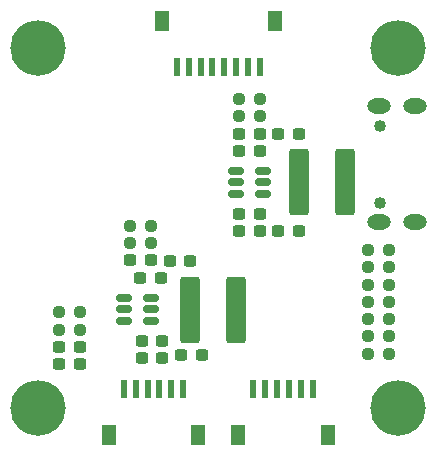
<source format=gbr>
%TF.GenerationSoftware,KiCad,Pcbnew,9.0.4*%
%TF.CreationDate,2025-11-28T22:46:11-05:00*%
%TF.ProjectId,STM32H743VIT6 FC,53544d33-3248-4373-9433-564954362046,rev?*%
%TF.SameCoordinates,Original*%
%TF.FileFunction,Soldermask,Bot*%
%TF.FilePolarity,Negative*%
%FSLAX46Y46*%
G04 Gerber Fmt 4.6, Leading zero omitted, Abs format (unit mm)*
G04 Created by KiCad (PCBNEW 9.0.4) date 2025-11-28 22:46:11*
%MOMM*%
%LPD*%
G01*
G04 APERTURE LIST*
G04 Aperture macros list*
%AMRoundRect*
0 Rectangle with rounded corners*
0 $1 Rounding radius*
0 $2 $3 $4 $5 $6 $7 $8 $9 X,Y pos of 4 corners*
0 Add a 4 corners polygon primitive as box body*
4,1,4,$2,$3,$4,$5,$6,$7,$8,$9,$2,$3,0*
0 Add four circle primitives for the rounded corners*
1,1,$1+$1,$2,$3*
1,1,$1+$1,$4,$5*
1,1,$1+$1,$6,$7*
1,1,$1+$1,$8,$9*
0 Add four rect primitives between the rounded corners*
20,1,$1+$1,$2,$3,$4,$5,0*
20,1,$1+$1,$4,$5,$6,$7,0*
20,1,$1+$1,$6,$7,$8,$9,0*
20,1,$1+$1,$8,$9,$2,$3,0*%
G04 Aperture macros list end*
%ADD10C,4.700000*%
%ADD11C,1.020000*%
%ADD12O,2.004000X1.304000*%
%ADD13RoundRect,0.237500X0.250000X0.237500X-0.250000X0.237500X-0.250000X-0.237500X0.250000X-0.237500X0*%
%ADD14RoundRect,0.237500X-0.300000X-0.237500X0.300000X-0.237500X0.300000X0.237500X-0.300000X0.237500X0*%
%ADD15R,0.600000X1.550000*%
%ADD16R,1.200000X1.800000*%
%ADD17RoundRect,0.237500X0.300000X0.237500X-0.300000X0.237500X-0.300000X-0.237500X0.300000X-0.237500X0*%
%ADD18RoundRect,0.150000X0.512500X0.150000X-0.512500X0.150000X-0.512500X-0.150000X0.512500X-0.150000X0*%
%ADD19RoundRect,0.150000X-0.512500X-0.150000X0.512500X-0.150000X0.512500X0.150000X-0.512500X0.150000X0*%
%ADD20RoundRect,0.250000X-0.600000X-2.550000X0.600000X-2.550000X0.600000X2.550000X-0.600000X2.550000X0*%
%ADD21RoundRect,0.237500X-0.250000X-0.237500X0.250000X-0.237500X0.250000X0.237500X-0.250000X0.237500X0*%
G04 APERTURE END LIST*
D10*
%TO.C,H1*%
X150500000Y-105000000D03*
%TD*%
%TO.C,H3*%
X150500000Y-135500000D03*
%TD*%
D11*
%TO.C,J1*%
X179472000Y-118108800D03*
X179472000Y-111608800D03*
D12*
X182372000Y-119753800D03*
X182372000Y-109963800D03*
X179372000Y-119753800D03*
X179372000Y-109963800D03*
%TD*%
D10*
%TO.C,*%
X181000000Y-135500000D03*
%TD*%
%TO.C,H2*%
X181000000Y-105000000D03*
%TD*%
%TO.C,H4*%
X181000000Y-135500000D03*
%TD*%
D13*
%TO.C,ADC_R2*%
X154075000Y-128869600D03*
X152250000Y-128869600D03*
%TD*%
D14*
%TO.C,5V_C8*%
X159284500Y-129794000D03*
X161009500Y-129794000D03*
%TD*%
D15*
%TO.C,VTX_J1*%
X173730000Y-133865000D03*
X172730000Y-133865000D03*
X171730000Y-133865000D03*
X170730000Y-133865000D03*
X169730000Y-133865000D03*
X168730000Y-133865000D03*
D16*
X175030000Y-137740000D03*
X167430000Y-137740000D03*
%TD*%
D17*
%TO.C,9V_C11*%
X172569150Y-120528900D03*
X170844150Y-120528900D03*
%TD*%
D18*
%TO.C,U3*%
X169534150Y-115448900D03*
X169534150Y-116398900D03*
X169534150Y-117348900D03*
X167259150Y-117348900D03*
X167259150Y-116398900D03*
X167259150Y-115448900D03*
%TD*%
D17*
%TO.C,9V_C8*%
X169259150Y-119065700D03*
X167534150Y-119065700D03*
%TD*%
D13*
%TO.C,USB_R0*%
X180236500Y-123585200D03*
X178411500Y-123585200D03*
%TD*%
%TO.C,9V_R0*%
X180236500Y-126505200D03*
X178411500Y-126505200D03*
%TD*%
D19*
%TO.C,U1*%
X157775000Y-128100000D03*
X157775000Y-127150000D03*
X157775000Y-126200000D03*
X160050000Y-126200000D03*
X160050000Y-127150000D03*
X160050000Y-128100000D03*
%TD*%
D17*
%TO.C,5V_C12*%
X160037500Y-123001800D03*
X158312500Y-123001800D03*
%TD*%
D14*
%TO.C,5V_C7*%
X159284500Y-131267200D03*
X161009500Y-131267200D03*
%TD*%
D17*
%TO.C,5V_C10*%
X163381350Y-123009800D03*
X161656350Y-123009800D03*
%TD*%
%TO.C,9V_C7*%
X169259150Y-120538900D03*
X167534150Y-120538900D03*
%TD*%
D14*
%TO.C,5V_C9*%
X159162500Y-124475000D03*
X160887500Y-124475000D03*
%TD*%
D17*
%TO.C,ADC_C1*%
X154025000Y-130342800D03*
X152300000Y-130342800D03*
%TD*%
D13*
%TO.C,3.3V_R2*%
X180236500Y-129425200D03*
X178411500Y-129425200D03*
%TD*%
%TO.C,5V_R7*%
X160087500Y-121528600D03*
X158262500Y-121528600D03*
%TD*%
D20*
%TO.C,5V_L1*%
X163327300Y-127161200D03*
X167227300Y-127161200D03*
%TD*%
D17*
%TO.C,9V_C12*%
X169269150Y-112255700D03*
X167544150Y-112255700D03*
%TD*%
D14*
%TO.C,9V_C9*%
X167544150Y-113728900D03*
X169269150Y-113728900D03*
%TD*%
D21*
%TO.C,5V_R8*%
X158262500Y-120055400D03*
X160087500Y-120055400D03*
%TD*%
D13*
%TO.C,9V_R7*%
X169319150Y-110782500D03*
X167494150Y-110782500D03*
%TD*%
%TO.C,3.3V_R1*%
X180236500Y-130885200D03*
X178411500Y-130885200D03*
%TD*%
%TO.C,3.3V_R3*%
X180236500Y-127965200D03*
X178411500Y-127965200D03*
%TD*%
D21*
%TO.C,9V_R8*%
X167494150Y-109309300D03*
X169319150Y-109309300D03*
%TD*%
D13*
%TO.C,3V3_R0*%
X180236500Y-122125200D03*
X178411500Y-122125200D03*
%TD*%
D17*
%TO.C,MCU_C2*%
X154025000Y-131800000D03*
X152300000Y-131800000D03*
%TD*%
%TO.C,5V_C11*%
X164337500Y-130975000D03*
X162612500Y-130975000D03*
%TD*%
D21*
%TO.C,ADC_R1*%
X152250000Y-127396400D03*
X154075000Y-127396400D03*
%TD*%
D17*
%TO.C,9V_C10*%
X172569150Y-112258900D03*
X170844150Y-112258900D03*
%TD*%
D13*
%TO.C,5V_R0*%
X180236500Y-125045200D03*
X178411500Y-125045200D03*
%TD*%
D15*
%TO.C,ESC_J1*%
X162250000Y-106631200D03*
X163250000Y-106631200D03*
X164250000Y-106631200D03*
X165250000Y-106631200D03*
X166250000Y-106631200D03*
X167250000Y-106631200D03*
X168250000Y-106631200D03*
X169250000Y-106631200D03*
D16*
X160950000Y-102755200D03*
X170550000Y-102755200D03*
%TD*%
D15*
%TO.C,GPS_J1*%
X162770000Y-133865000D03*
X161770000Y-133865000D03*
X160770000Y-133865000D03*
X159770000Y-133865000D03*
X158770000Y-133865000D03*
X157770000Y-133865000D03*
D16*
X164070000Y-137740000D03*
X156470000Y-137740000D03*
%TD*%
D20*
%TO.C,9V_L1*%
X172546650Y-116398900D03*
X176446650Y-116398900D03*
%TD*%
M02*

</source>
